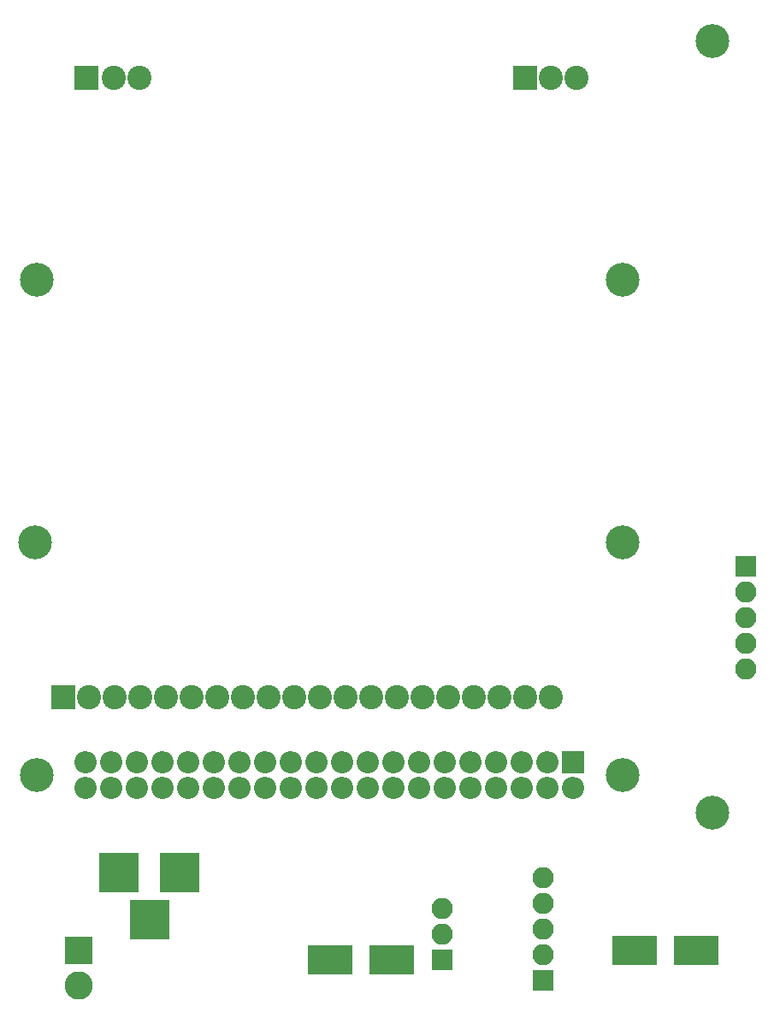
<source format=gbs>
G04 #@! TF.GenerationSoftware,KiCad,Pcbnew,(5.0.0-rc2-dev-691-g31b026c)*
G04 #@! TF.CreationDate,2018-05-13T20:35:11+02:00*
G04 #@! TF.ProjectId,backplane,6261636B706C616E652E6B696361645F,v1.6*
G04 #@! TF.SameCoordinates,Original*
G04 #@! TF.FileFunction,Soldermask,Bot*
G04 #@! TF.FilePolarity,Negative*
%FSLAX46Y46*%
G04 Gerber Fmt 4.6, Leading zero omitted, Abs format (unit mm)*
G04 Created by KiCad (PCBNEW (5.0.0-rc2-dev-691-g31b026c)) date Sunday, 13. May 2018, 20:35:11*
%MOMM*%
%LPD*%
G01*
G04 APERTURE LIST*
%ADD10C,3.350000*%
%ADD11R,2.200000X2.200000*%
%ADD12O,2.200000X2.200000*%
%ADD13R,2.400000X2.400000*%
%ADD14C,2.400000*%
%ADD15O,2.100000X2.100000*%
%ADD16R,2.100000X2.100000*%
%ADD17R,2.800000X2.800000*%
%ADD18C,2.800000*%
%ADD19R,3.900000X3.900000*%
%ADD20R,4.400000X2.900000*%
G04 APERTURE END LIST*
D10*
X34814000Y-90685000D03*
X34697000Y-67685000D03*
X101747000Y-94390000D03*
X101747000Y-18040000D03*
X92814000Y-67685000D03*
X92814000Y-41685000D03*
X34814000Y-41685000D03*
X92814000Y-90685000D03*
D11*
X87944000Y-89415000D03*
D12*
X87944000Y-91955000D03*
X85404000Y-89415000D03*
X85404000Y-91955000D03*
X82864000Y-89415000D03*
X82864000Y-91955000D03*
X80324000Y-89415000D03*
X80324000Y-91955000D03*
X77784000Y-89415000D03*
X77784000Y-91955000D03*
X75244000Y-89415000D03*
X75244000Y-91955000D03*
X72704000Y-89415000D03*
X72704000Y-91955000D03*
X70164000Y-89415000D03*
X70164000Y-91955000D03*
X67624000Y-89415000D03*
X67624000Y-91955000D03*
X65084000Y-89415000D03*
X65084000Y-91955000D03*
X62544000Y-89415000D03*
X62544000Y-91955000D03*
X60004000Y-89415000D03*
X60004000Y-91955000D03*
X57464000Y-89415000D03*
X57464000Y-91955000D03*
X54924000Y-89415000D03*
X54924000Y-91955000D03*
X52384000Y-89415000D03*
X52384000Y-91955000D03*
X49844000Y-89415000D03*
X49844000Y-91955000D03*
X47304000Y-89415000D03*
X47304000Y-91955000D03*
X44764000Y-89415000D03*
X44764000Y-91955000D03*
X42224000Y-89415000D03*
X42224000Y-91955000D03*
X39684000Y-89415000D03*
X39684000Y-91955000D03*
D13*
X37440000Y-83000000D03*
D14*
X39980000Y-83000000D03*
X42520000Y-83000000D03*
X45060000Y-83000000D03*
X47600000Y-83000000D03*
X50140000Y-83000000D03*
X52680000Y-83000000D03*
X55220000Y-83000000D03*
X57760000Y-83000000D03*
X60300000Y-83000000D03*
X62840000Y-83000000D03*
X65380000Y-83000000D03*
X67920000Y-83000000D03*
X70460000Y-83000000D03*
X73000000Y-83000000D03*
X75540000Y-83000000D03*
X78080000Y-83000000D03*
X80620000Y-83000000D03*
X83160000Y-83000000D03*
X85700000Y-83000000D03*
D13*
X39740000Y-21700000D03*
D14*
X42480000Y-21700000D03*
X45020000Y-21700000D03*
D13*
X83140000Y-21700000D03*
D14*
X85680000Y-21700000D03*
X88220000Y-21700000D03*
D15*
X85000000Y-100840000D03*
X85000000Y-103380000D03*
X85000000Y-105920000D03*
X85000000Y-108460000D03*
D16*
X85000000Y-111000000D03*
D17*
X39000000Y-108000000D03*
D18*
X39000000Y-111500000D03*
D19*
X46000000Y-105000000D03*
X43000000Y-100300000D03*
X49000000Y-100300000D03*
D15*
X75000000Y-103920000D03*
X75000000Y-106460000D03*
D16*
X75000000Y-109000000D03*
D20*
X70000000Y-109000000D03*
X63900000Y-109000000D03*
X100100000Y-108000000D03*
X94000000Y-108000000D03*
D15*
X105000000Y-80160000D03*
X105000000Y-77620000D03*
X105000000Y-75080000D03*
X105000000Y-72540000D03*
D16*
X105000000Y-70000000D03*
M02*

</source>
